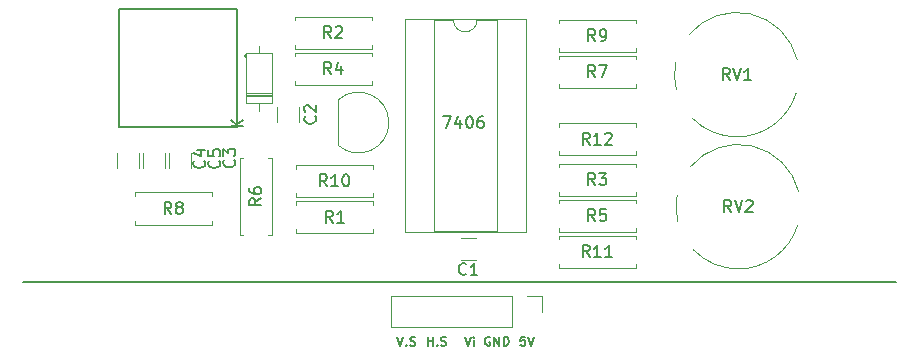
<source format=gbr>
%TF.GenerationSoftware,KiCad,Pcbnew,(6.0.10)*%
%TF.CreationDate,2023-02-28T00:06:53+13:00*%
%TF.ProjectId,video,76696465-6f2e-46b6-9963-61645f706362,rev?*%
%TF.SameCoordinates,Original*%
%TF.FileFunction,Legend,Top*%
%TF.FilePolarity,Positive*%
%FSLAX46Y46*%
G04 Gerber Fmt 4.6, Leading zero omitted, Abs format (unit mm)*
G04 Created by KiCad (PCBNEW (6.0.10)) date 2023-02-28 00:06:53*
%MOMM*%
%LPD*%
G01*
G04 APERTURE LIST*
%ADD10C,0.150000*%
%ADD11C,0.120000*%
%ADD12C,0.127000*%
%ADD13C,0.200000*%
G04 APERTURE END LIST*
D10*
X47498000Y-104140000D02*
X121412000Y-104140000D01*
X83074095Y-90130380D02*
X83740761Y-90130380D01*
X83312190Y-91130380D01*
X84550285Y-90463714D02*
X84550285Y-91130380D01*
X84312190Y-90082761D02*
X84074095Y-90797047D01*
X84693142Y-90797047D01*
X85264571Y-90130380D02*
X85359809Y-90130380D01*
X85455047Y-90178000D01*
X85502666Y-90225619D01*
X85550285Y-90320857D01*
X85597904Y-90511333D01*
X85597904Y-90749428D01*
X85550285Y-90939904D01*
X85502666Y-91035142D01*
X85455047Y-91082761D01*
X85359809Y-91130380D01*
X85264571Y-91130380D01*
X85169333Y-91082761D01*
X85121714Y-91035142D01*
X85074095Y-90939904D01*
X85026476Y-90749428D01*
X85026476Y-90511333D01*
X85074095Y-90320857D01*
X85121714Y-90225619D01*
X85169333Y-90178000D01*
X85264571Y-90130380D01*
X86455047Y-90130380D02*
X86264571Y-90130380D01*
X86169333Y-90178000D01*
X86121714Y-90225619D01*
X86026476Y-90368476D01*
X85978857Y-90558952D01*
X85978857Y-90939904D01*
X86026476Y-91035142D01*
X86074095Y-91082761D01*
X86169333Y-91130380D01*
X86359809Y-91130380D01*
X86455047Y-91082761D01*
X86502666Y-91035142D01*
X86550285Y-90939904D01*
X86550285Y-90701809D01*
X86502666Y-90606571D01*
X86455047Y-90558952D01*
X86359809Y-90511333D01*
X86169333Y-90511333D01*
X86074095Y-90558952D01*
X86026476Y-90606571D01*
X85978857Y-90701809D01*
X84915428Y-108809285D02*
X85165428Y-109559285D01*
X85415428Y-108809285D01*
X85665428Y-109559285D02*
X85665428Y-109059285D01*
X85665428Y-108809285D02*
X85629714Y-108845000D01*
X85665428Y-108880714D01*
X85701142Y-108845000D01*
X85665428Y-108809285D01*
X85665428Y-108880714D01*
X79224285Y-108809285D02*
X79474285Y-109559285D01*
X79724285Y-108809285D01*
X79974285Y-109487857D02*
X80010000Y-109523571D01*
X79974285Y-109559285D01*
X79938571Y-109523571D01*
X79974285Y-109487857D01*
X79974285Y-109559285D01*
X80295714Y-109523571D02*
X80402857Y-109559285D01*
X80581428Y-109559285D01*
X80652857Y-109523571D01*
X80688571Y-109487857D01*
X80724285Y-109416428D01*
X80724285Y-109345000D01*
X80688571Y-109273571D01*
X80652857Y-109237857D01*
X80581428Y-109202142D01*
X80438571Y-109166428D01*
X80367142Y-109130714D01*
X80331428Y-109095000D01*
X80295714Y-109023571D01*
X80295714Y-108952142D01*
X80331428Y-108880714D01*
X80367142Y-108845000D01*
X80438571Y-108809285D01*
X80617142Y-108809285D01*
X80724285Y-108845000D01*
X87058571Y-108845000D02*
X86987142Y-108809285D01*
X86880000Y-108809285D01*
X86772857Y-108845000D01*
X86701428Y-108916428D01*
X86665714Y-108987857D01*
X86630000Y-109130714D01*
X86630000Y-109237857D01*
X86665714Y-109380714D01*
X86701428Y-109452142D01*
X86772857Y-109523571D01*
X86880000Y-109559285D01*
X86951428Y-109559285D01*
X87058571Y-109523571D01*
X87094285Y-109487857D01*
X87094285Y-109237857D01*
X86951428Y-109237857D01*
X87415714Y-109559285D02*
X87415714Y-108809285D01*
X87844285Y-109559285D01*
X87844285Y-108809285D01*
X88201428Y-109559285D02*
X88201428Y-108809285D01*
X88380000Y-108809285D01*
X88487142Y-108845000D01*
X88558571Y-108916428D01*
X88594285Y-108987857D01*
X88630000Y-109130714D01*
X88630000Y-109237857D01*
X88594285Y-109380714D01*
X88558571Y-109452142D01*
X88487142Y-109523571D01*
X88380000Y-109559285D01*
X88201428Y-109559285D01*
X81800000Y-109559285D02*
X81800000Y-108809285D01*
X81800000Y-109166428D02*
X82228571Y-109166428D01*
X82228571Y-109559285D02*
X82228571Y-108809285D01*
X82585714Y-109487857D02*
X82621428Y-109523571D01*
X82585714Y-109559285D01*
X82550000Y-109523571D01*
X82585714Y-109487857D01*
X82585714Y-109559285D01*
X82907142Y-109523571D02*
X83014285Y-109559285D01*
X83192857Y-109559285D01*
X83264285Y-109523571D01*
X83300000Y-109487857D01*
X83335714Y-109416428D01*
X83335714Y-109345000D01*
X83300000Y-109273571D01*
X83264285Y-109237857D01*
X83192857Y-109202142D01*
X83050000Y-109166428D01*
X82978571Y-109130714D01*
X82942857Y-109095000D01*
X82907142Y-109023571D01*
X82907142Y-108952142D01*
X82942857Y-108880714D01*
X82978571Y-108845000D01*
X83050000Y-108809285D01*
X83228571Y-108809285D01*
X83335714Y-108845000D01*
X90027142Y-108809285D02*
X89670000Y-108809285D01*
X89634285Y-109166428D01*
X89670000Y-109130714D01*
X89741428Y-109095000D01*
X89920000Y-109095000D01*
X89991428Y-109130714D01*
X90027142Y-109166428D01*
X90062857Y-109237857D01*
X90062857Y-109416428D01*
X90027142Y-109487857D01*
X89991428Y-109523571D01*
X89920000Y-109559285D01*
X89741428Y-109559285D01*
X89670000Y-109523571D01*
X89634285Y-109487857D01*
X90277142Y-108809285D02*
X90527142Y-109559285D01*
X90777142Y-108809285D01*
%TO.C,C4*%
X62841142Y-93892666D02*
X62888761Y-93940285D01*
X62936380Y-94083142D01*
X62936380Y-94178380D01*
X62888761Y-94321238D01*
X62793523Y-94416476D01*
X62698285Y-94464095D01*
X62507809Y-94511714D01*
X62364952Y-94511714D01*
X62174476Y-94464095D01*
X62079238Y-94416476D01*
X61984000Y-94321238D01*
X61936380Y-94178380D01*
X61936380Y-94083142D01*
X61984000Y-93940285D01*
X62031619Y-93892666D01*
X62269714Y-93035523D02*
X62936380Y-93035523D01*
X61888761Y-93273619D02*
X62603047Y-93511714D01*
X62603047Y-92892666D01*
%TO.C,C5*%
X64111142Y-93892666D02*
X64158761Y-93940285D01*
X64206380Y-94083142D01*
X64206380Y-94178380D01*
X64158761Y-94321238D01*
X64063523Y-94416476D01*
X63968285Y-94464095D01*
X63777809Y-94511714D01*
X63634952Y-94511714D01*
X63444476Y-94464095D01*
X63349238Y-94416476D01*
X63254000Y-94321238D01*
X63206380Y-94178380D01*
X63206380Y-94083142D01*
X63254000Y-93940285D01*
X63301619Y-93892666D01*
X63206380Y-92987904D02*
X63206380Y-93464095D01*
X63682571Y-93511714D01*
X63634952Y-93464095D01*
X63587333Y-93368857D01*
X63587333Y-93130761D01*
X63634952Y-93035523D01*
X63682571Y-92987904D01*
X63777809Y-92940285D01*
X64015904Y-92940285D01*
X64111142Y-92987904D01*
X64158761Y-93035523D01*
X64206380Y-93130761D01*
X64206380Y-93368857D01*
X64158761Y-93464095D01*
X64111142Y-93511714D01*
%TO.C,R8*%
X60082133Y-98394780D02*
X59748800Y-97918590D01*
X59510704Y-98394780D02*
X59510704Y-97394780D01*
X59891657Y-97394780D01*
X59986895Y-97442400D01*
X60034514Y-97490019D01*
X60082133Y-97585257D01*
X60082133Y-97728114D01*
X60034514Y-97823352D01*
X59986895Y-97870971D01*
X59891657Y-97918590D01*
X59510704Y-97918590D01*
X60653561Y-97823352D02*
X60558323Y-97775733D01*
X60510704Y-97728114D01*
X60463085Y-97632876D01*
X60463085Y-97585257D01*
X60510704Y-97490019D01*
X60558323Y-97442400D01*
X60653561Y-97394780D01*
X60844038Y-97394780D01*
X60939276Y-97442400D01*
X60986895Y-97490019D01*
X61034514Y-97585257D01*
X61034514Y-97632876D01*
X60986895Y-97728114D01*
X60939276Y-97775733D01*
X60844038Y-97823352D01*
X60653561Y-97823352D01*
X60558323Y-97870971D01*
X60510704Y-97918590D01*
X60463085Y-98013828D01*
X60463085Y-98204304D01*
X60510704Y-98299542D01*
X60558323Y-98347161D01*
X60653561Y-98394780D01*
X60844038Y-98394780D01*
X60939276Y-98347161D01*
X60986895Y-98299542D01*
X61034514Y-98204304D01*
X61034514Y-98013828D01*
X60986895Y-97918590D01*
X60939276Y-97870971D01*
X60844038Y-97823352D01*
%TO.C,R12*%
X95486142Y-92532380D02*
X95152809Y-92056190D01*
X94914714Y-92532380D02*
X94914714Y-91532380D01*
X95295666Y-91532380D01*
X95390904Y-91580000D01*
X95438523Y-91627619D01*
X95486142Y-91722857D01*
X95486142Y-91865714D01*
X95438523Y-91960952D01*
X95390904Y-92008571D01*
X95295666Y-92056190D01*
X94914714Y-92056190D01*
X96438523Y-92532380D02*
X95867095Y-92532380D01*
X96152809Y-92532380D02*
X96152809Y-91532380D01*
X96057571Y-91675238D01*
X95962333Y-91770476D01*
X95867095Y-91818095D01*
X96819476Y-91627619D02*
X96867095Y-91580000D01*
X96962333Y-91532380D01*
X97200428Y-91532380D01*
X97295666Y-91580000D01*
X97343285Y-91627619D01*
X97390904Y-91722857D01*
X97390904Y-91818095D01*
X97343285Y-91960952D01*
X96771857Y-92532380D01*
X97390904Y-92532380D01*
%TO.C,R9*%
X95962333Y-83769380D02*
X95629000Y-83293190D01*
X95390904Y-83769380D02*
X95390904Y-82769380D01*
X95771857Y-82769380D01*
X95867095Y-82817000D01*
X95914714Y-82864619D01*
X95962333Y-82959857D01*
X95962333Y-83102714D01*
X95914714Y-83197952D01*
X95867095Y-83245571D01*
X95771857Y-83293190D01*
X95390904Y-83293190D01*
X96438523Y-83769380D02*
X96629000Y-83769380D01*
X96724238Y-83721761D01*
X96771857Y-83674142D01*
X96867095Y-83531285D01*
X96914714Y-83340809D01*
X96914714Y-82959857D01*
X96867095Y-82864619D01*
X96819476Y-82817000D01*
X96724238Y-82769380D01*
X96533761Y-82769380D01*
X96438523Y-82817000D01*
X96390904Y-82864619D01*
X96343285Y-82959857D01*
X96343285Y-83197952D01*
X96390904Y-83293190D01*
X96438523Y-83340809D01*
X96533761Y-83388428D01*
X96724238Y-83388428D01*
X96819476Y-83340809D01*
X96867095Y-83293190D01*
X96914714Y-83197952D01*
%TO.C,R7*%
X95962333Y-86817380D02*
X95629000Y-86341190D01*
X95390904Y-86817380D02*
X95390904Y-85817380D01*
X95771857Y-85817380D01*
X95867095Y-85865000D01*
X95914714Y-85912619D01*
X95962333Y-86007857D01*
X95962333Y-86150714D01*
X95914714Y-86245952D01*
X95867095Y-86293571D01*
X95771857Y-86341190D01*
X95390904Y-86341190D01*
X96295666Y-85817380D02*
X96962333Y-85817380D01*
X96533761Y-86817380D01*
%TO.C,C2*%
X72239142Y-90138466D02*
X72286761Y-90186085D01*
X72334380Y-90328942D01*
X72334380Y-90424180D01*
X72286761Y-90567038D01*
X72191523Y-90662276D01*
X72096285Y-90709895D01*
X71905809Y-90757514D01*
X71762952Y-90757514D01*
X71572476Y-90709895D01*
X71477238Y-90662276D01*
X71382000Y-90567038D01*
X71334380Y-90424180D01*
X71334380Y-90328942D01*
X71382000Y-90186085D01*
X71429619Y-90138466D01*
X71429619Y-89757514D02*
X71382000Y-89709895D01*
X71334380Y-89614657D01*
X71334380Y-89376561D01*
X71382000Y-89281323D01*
X71429619Y-89233704D01*
X71524857Y-89186085D01*
X71620095Y-89186085D01*
X71762952Y-89233704D01*
X72334380Y-89805133D01*
X72334380Y-89186085D01*
%TO.C,D1*%
X66130180Y-90995704D02*
X65130180Y-90995704D01*
X66130180Y-90424276D02*
X65558752Y-90852847D01*
X65130180Y-90424276D02*
X65701609Y-90995704D01*
%TO.C,R4*%
X73610333Y-86563380D02*
X73277000Y-86087190D01*
X73038904Y-86563380D02*
X73038904Y-85563380D01*
X73419857Y-85563380D01*
X73515095Y-85611000D01*
X73562714Y-85658619D01*
X73610333Y-85753857D01*
X73610333Y-85896714D01*
X73562714Y-85991952D01*
X73515095Y-86039571D01*
X73419857Y-86087190D01*
X73038904Y-86087190D01*
X74467476Y-85896714D02*
X74467476Y-86563380D01*
X74229380Y-85515761D02*
X73991285Y-86230047D01*
X74610333Y-86230047D01*
%TO.C,R3*%
X95962333Y-95961380D02*
X95629000Y-95485190D01*
X95390904Y-95961380D02*
X95390904Y-94961380D01*
X95771857Y-94961380D01*
X95867095Y-95009000D01*
X95914714Y-95056619D01*
X95962333Y-95151857D01*
X95962333Y-95294714D01*
X95914714Y-95389952D01*
X95867095Y-95437571D01*
X95771857Y-95485190D01*
X95390904Y-95485190D01*
X96295666Y-94961380D02*
X96914714Y-94961380D01*
X96581380Y-95342333D01*
X96724238Y-95342333D01*
X96819476Y-95389952D01*
X96867095Y-95437571D01*
X96914714Y-95532809D01*
X96914714Y-95770904D01*
X96867095Y-95866142D01*
X96819476Y-95913761D01*
X96724238Y-95961380D01*
X96438523Y-95961380D01*
X96343285Y-95913761D01*
X96295666Y-95866142D01*
%TO.C,R1*%
X73737333Y-99136380D02*
X73404000Y-98660190D01*
X73165904Y-99136380D02*
X73165904Y-98136380D01*
X73546857Y-98136380D01*
X73642095Y-98184000D01*
X73689714Y-98231619D01*
X73737333Y-98326857D01*
X73737333Y-98469714D01*
X73689714Y-98564952D01*
X73642095Y-98612571D01*
X73546857Y-98660190D01*
X73165904Y-98660190D01*
X74689714Y-99136380D02*
X74118285Y-99136380D01*
X74404000Y-99136380D02*
X74404000Y-98136380D01*
X74308761Y-98279238D01*
X74213523Y-98374476D01*
X74118285Y-98422095D01*
%TO.C,R5*%
X95962333Y-99009380D02*
X95629000Y-98533190D01*
X95390904Y-99009380D02*
X95390904Y-98009380D01*
X95771857Y-98009380D01*
X95867095Y-98057000D01*
X95914714Y-98104619D01*
X95962333Y-98199857D01*
X95962333Y-98342714D01*
X95914714Y-98437952D01*
X95867095Y-98485571D01*
X95771857Y-98533190D01*
X95390904Y-98533190D01*
X96867095Y-98009380D02*
X96390904Y-98009380D01*
X96343285Y-98485571D01*
X96390904Y-98437952D01*
X96486142Y-98390333D01*
X96724238Y-98390333D01*
X96819476Y-98437952D01*
X96867095Y-98485571D01*
X96914714Y-98580809D01*
X96914714Y-98818904D01*
X96867095Y-98914142D01*
X96819476Y-98961761D01*
X96724238Y-99009380D01*
X96486142Y-99009380D01*
X96390904Y-98961761D01*
X96343285Y-98914142D01*
%TO.C,RV2*%
X107481761Y-98242380D02*
X107148428Y-97766190D01*
X106910333Y-98242380D02*
X106910333Y-97242380D01*
X107291285Y-97242380D01*
X107386523Y-97290000D01*
X107434142Y-97337619D01*
X107481761Y-97432857D01*
X107481761Y-97575714D01*
X107434142Y-97670952D01*
X107386523Y-97718571D01*
X107291285Y-97766190D01*
X106910333Y-97766190D01*
X107767476Y-97242380D02*
X108100809Y-98242380D01*
X108434142Y-97242380D01*
X108719857Y-97337619D02*
X108767476Y-97290000D01*
X108862714Y-97242380D01*
X109100809Y-97242380D01*
X109196047Y-97290000D01*
X109243666Y-97337619D01*
X109291285Y-97432857D01*
X109291285Y-97528095D01*
X109243666Y-97670952D01*
X108672238Y-98242380D01*
X109291285Y-98242380D01*
%TO.C,R6*%
X67676180Y-97098066D02*
X67199990Y-97431400D01*
X67676180Y-97669495D02*
X66676180Y-97669495D01*
X66676180Y-97288542D01*
X66723800Y-97193304D01*
X66771419Y-97145685D01*
X66866657Y-97098066D01*
X67009514Y-97098066D01*
X67104752Y-97145685D01*
X67152371Y-97193304D01*
X67199990Y-97288542D01*
X67199990Y-97669495D01*
X66676180Y-96240923D02*
X66676180Y-96431400D01*
X66723800Y-96526638D01*
X66771419Y-96574257D01*
X66914276Y-96669495D01*
X67104752Y-96717114D01*
X67485704Y-96717114D01*
X67580942Y-96669495D01*
X67628561Y-96621876D01*
X67676180Y-96526638D01*
X67676180Y-96336161D01*
X67628561Y-96240923D01*
X67580942Y-96193304D01*
X67485704Y-96145685D01*
X67247609Y-96145685D01*
X67152371Y-96193304D01*
X67104752Y-96240923D01*
X67057133Y-96336161D01*
X67057133Y-96526638D01*
X67104752Y-96621876D01*
X67152371Y-96669495D01*
X67247609Y-96717114D01*
%TO.C,C3*%
X65381142Y-93828066D02*
X65428761Y-93875685D01*
X65476380Y-94018542D01*
X65476380Y-94113780D01*
X65428761Y-94256638D01*
X65333523Y-94351876D01*
X65238285Y-94399495D01*
X65047809Y-94447114D01*
X64904952Y-94447114D01*
X64714476Y-94399495D01*
X64619238Y-94351876D01*
X64524000Y-94256638D01*
X64476380Y-94113780D01*
X64476380Y-94018542D01*
X64524000Y-93875685D01*
X64571619Y-93828066D01*
X64476380Y-93494733D02*
X64476380Y-92875685D01*
X64857333Y-93209019D01*
X64857333Y-93066161D01*
X64904952Y-92970923D01*
X64952571Y-92923304D01*
X65047809Y-92875685D01*
X65285904Y-92875685D01*
X65381142Y-92923304D01*
X65428761Y-92970923D01*
X65476380Y-93066161D01*
X65476380Y-93351876D01*
X65428761Y-93447114D01*
X65381142Y-93494733D01*
%TO.C,R11*%
X95486142Y-102057380D02*
X95152809Y-101581190D01*
X94914714Y-102057380D02*
X94914714Y-101057380D01*
X95295666Y-101057380D01*
X95390904Y-101105000D01*
X95438523Y-101152619D01*
X95486142Y-101247857D01*
X95486142Y-101390714D01*
X95438523Y-101485952D01*
X95390904Y-101533571D01*
X95295666Y-101581190D01*
X94914714Y-101581190D01*
X96438523Y-102057380D02*
X95867095Y-102057380D01*
X96152809Y-102057380D02*
X96152809Y-101057380D01*
X96057571Y-101200238D01*
X95962333Y-101295476D01*
X95867095Y-101343095D01*
X97390904Y-102057380D02*
X96819476Y-102057380D01*
X97105190Y-102057380D02*
X97105190Y-101057380D01*
X97009952Y-101200238D01*
X96914714Y-101295476D01*
X96819476Y-101343095D01*
%TO.C,R10*%
X73235742Y-96062980D02*
X72902409Y-95586790D01*
X72664314Y-96062980D02*
X72664314Y-95062980D01*
X73045266Y-95062980D01*
X73140504Y-95110600D01*
X73188123Y-95158219D01*
X73235742Y-95253457D01*
X73235742Y-95396314D01*
X73188123Y-95491552D01*
X73140504Y-95539171D01*
X73045266Y-95586790D01*
X72664314Y-95586790D01*
X74188123Y-96062980D02*
X73616695Y-96062980D01*
X73902409Y-96062980D02*
X73902409Y-95062980D01*
X73807171Y-95205838D01*
X73711933Y-95301076D01*
X73616695Y-95348695D01*
X74807171Y-95062980D02*
X74902409Y-95062980D01*
X74997647Y-95110600D01*
X75045266Y-95158219D01*
X75092885Y-95253457D01*
X75140504Y-95443933D01*
X75140504Y-95682028D01*
X75092885Y-95872504D01*
X75045266Y-95967742D01*
X74997647Y-96015361D01*
X74902409Y-96062980D01*
X74807171Y-96062980D01*
X74711933Y-96015361D01*
X74664314Y-95967742D01*
X74616695Y-95872504D01*
X74569076Y-95682028D01*
X74569076Y-95443933D01*
X74616695Y-95253457D01*
X74664314Y-95158219D01*
X74711933Y-95110600D01*
X74807171Y-95062980D01*
%TO.C,R2*%
X73610333Y-83515380D02*
X73277000Y-83039190D01*
X73038904Y-83515380D02*
X73038904Y-82515380D01*
X73419857Y-82515380D01*
X73515095Y-82563000D01*
X73562714Y-82610619D01*
X73610333Y-82705857D01*
X73610333Y-82848714D01*
X73562714Y-82943952D01*
X73515095Y-82991571D01*
X73419857Y-83039190D01*
X73038904Y-83039190D01*
X73991285Y-82610619D02*
X74038904Y-82563000D01*
X74134142Y-82515380D01*
X74372238Y-82515380D01*
X74467476Y-82563000D01*
X74515095Y-82610619D01*
X74562714Y-82705857D01*
X74562714Y-82801095D01*
X74515095Y-82943952D01*
X73943666Y-83515380D01*
X74562714Y-83515380D01*
%TO.C,C1*%
X85040333Y-103481142D02*
X84992714Y-103528761D01*
X84849857Y-103576380D01*
X84754619Y-103576380D01*
X84611761Y-103528761D01*
X84516523Y-103433523D01*
X84468904Y-103338285D01*
X84421285Y-103147809D01*
X84421285Y-103004952D01*
X84468904Y-102814476D01*
X84516523Y-102719238D01*
X84611761Y-102624000D01*
X84754619Y-102576380D01*
X84849857Y-102576380D01*
X84992714Y-102624000D01*
X85040333Y-102671619D01*
X85992714Y-103576380D02*
X85421285Y-103576380D01*
X85707000Y-103576380D02*
X85707000Y-102576380D01*
X85611761Y-102719238D01*
X85516523Y-102814476D01*
X85421285Y-102862095D01*
%TO.C,RV1*%
X107354761Y-87066380D02*
X107021428Y-86590190D01*
X106783333Y-87066380D02*
X106783333Y-86066380D01*
X107164285Y-86066380D01*
X107259523Y-86114000D01*
X107307142Y-86161619D01*
X107354761Y-86256857D01*
X107354761Y-86399714D01*
X107307142Y-86494952D01*
X107259523Y-86542571D01*
X107164285Y-86590190D01*
X106783333Y-86590190D01*
X107640476Y-86066380D02*
X107973809Y-87066380D01*
X108307142Y-86066380D01*
X109164285Y-87066380D02*
X108592857Y-87066380D01*
X108878571Y-87066380D02*
X108878571Y-86066380D01*
X108783333Y-86209238D01*
X108688095Y-86304476D01*
X108592857Y-86352095D01*
D11*
%TO.C,C4*%
X55518800Y-93229400D02*
X55518800Y-94487400D01*
X57358800Y-93229400D02*
X57358800Y-94487400D01*
%TO.C,J2*%
X88900000Y-108010000D02*
X78680000Y-108010000D01*
X88900000Y-105350000D02*
X88900000Y-108010000D01*
X78680000Y-105350000D02*
X78680000Y-108010000D01*
X88900000Y-105350000D02*
X78680000Y-105350000D01*
X91500000Y-105350000D02*
X91500000Y-106680000D01*
X90170000Y-105350000D02*
X91500000Y-105350000D01*
%TO.C,C5*%
X59556800Y-93222400D02*
X59556800Y-94480400D01*
X57716800Y-93222400D02*
X57716800Y-94480400D01*
%TO.C,R8*%
X63518800Y-98982400D02*
X63518800Y-99312400D01*
X56978800Y-96572400D02*
X56978800Y-96902400D01*
X56978800Y-99312400D02*
X56978800Y-98982400D01*
X63518800Y-99312400D02*
X56978800Y-99312400D01*
X63518800Y-96572400D02*
X56978800Y-96572400D01*
X63518800Y-96902400D02*
X63518800Y-96572400D01*
%TO.C,R12*%
X99399000Y-90710000D02*
X99399000Y-91040000D01*
X92859000Y-90710000D02*
X99399000Y-90710000D01*
X92859000Y-93450000D02*
X99399000Y-93450000D01*
X92859000Y-91040000D02*
X92859000Y-90710000D01*
X92859000Y-93120000D02*
X92859000Y-93450000D01*
X99399000Y-93450000D02*
X99399000Y-93120000D01*
%TO.C,U1*%
X90103000Y-99942000D02*
X90103000Y-81922000D01*
X79823000Y-99942000D02*
X90103000Y-99942000D01*
X79823000Y-81922000D02*
X79823000Y-99942000D01*
X82313000Y-99882000D02*
X87613000Y-99882000D01*
X87613000Y-81982000D02*
X85963000Y-81982000D01*
X82313000Y-81982000D02*
X82313000Y-99882000D01*
X83963000Y-81982000D02*
X82313000Y-81982000D01*
X87613000Y-99882000D02*
X87613000Y-81982000D01*
X90103000Y-81922000D02*
X79823000Y-81922000D01*
X83963000Y-81982000D02*
G75*
G03*
X85963000Y-81982000I1000000J0D01*
G01*
%TO.C,R9*%
X92859000Y-82277000D02*
X92859000Y-81947000D01*
X92859000Y-84357000D02*
X92859000Y-84687000D01*
X99399000Y-81947000D02*
X99399000Y-82277000D01*
X99399000Y-84687000D02*
X99399000Y-84357000D01*
X92859000Y-81947000D02*
X99399000Y-81947000D01*
X92859000Y-84687000D02*
X99399000Y-84687000D01*
%TO.C,R7*%
X92859000Y-85325000D02*
X92859000Y-84995000D01*
X92859000Y-84995000D02*
X99399000Y-84995000D01*
X92859000Y-87405000D02*
X92859000Y-87735000D01*
X99399000Y-87735000D02*
X99399000Y-87405000D01*
X92859000Y-87735000D02*
X99399000Y-87735000D01*
X99399000Y-84995000D02*
X99399000Y-85325000D01*
%TO.C,Q1*%
X74217800Y-88733000D02*
X74217800Y-92583000D01*
X74227678Y-92621611D02*
G75*
G03*
X74217800Y-88733000I1690122J1948611D01*
G01*
%TO.C,C2*%
X69047000Y-89342800D02*
X69047000Y-90600800D01*
X70887000Y-89342800D02*
X70887000Y-90600800D01*
%TO.C,D1*%
X66357800Y-88443800D02*
X68597800Y-88443800D01*
X67477800Y-84153800D02*
X67477800Y-84803800D01*
X66357800Y-89043800D02*
X68597800Y-89043800D01*
X68597800Y-84803800D02*
X66357800Y-84803800D01*
X67477800Y-89693800D02*
X67477800Y-89043800D01*
X66357800Y-88203800D02*
X68597800Y-88203800D01*
X68597800Y-89043800D02*
X68597800Y-84803800D01*
X66357800Y-88323800D02*
X68597800Y-88323800D01*
X66357800Y-84803800D02*
X66357800Y-89043800D01*
%TO.C,R4*%
X77047000Y-84741000D02*
X70507000Y-84741000D01*
X77047000Y-87151000D02*
X77047000Y-87481000D01*
X70507000Y-84741000D02*
X70507000Y-85071000D01*
X77047000Y-87481000D02*
X70507000Y-87481000D01*
X77047000Y-85071000D02*
X77047000Y-84741000D01*
X70507000Y-87481000D02*
X70507000Y-87151000D01*
%TO.C,R3*%
X92859000Y-94139000D02*
X99399000Y-94139000D01*
X99399000Y-96879000D02*
X99399000Y-96549000D01*
X99399000Y-94139000D02*
X99399000Y-94469000D01*
X92859000Y-96879000D02*
X99399000Y-96879000D01*
X92859000Y-94469000D02*
X92859000Y-94139000D01*
X92859000Y-96549000D02*
X92859000Y-96879000D01*
%TO.C,R1*%
X77174000Y-100054000D02*
X77174000Y-99724000D01*
X77174000Y-97314000D02*
X77174000Y-97644000D01*
X70634000Y-100054000D02*
X77174000Y-100054000D01*
X70634000Y-97314000D02*
X77174000Y-97314000D01*
X70634000Y-97644000D02*
X70634000Y-97314000D01*
X70634000Y-99724000D02*
X70634000Y-100054000D01*
%TO.C,R5*%
X92859000Y-99927000D02*
X99399000Y-99927000D01*
X92859000Y-99597000D02*
X92859000Y-99927000D01*
X92859000Y-97517000D02*
X92859000Y-97187000D01*
X99399000Y-99927000D02*
X99399000Y-99597000D01*
X92859000Y-97187000D02*
X99399000Y-97187000D01*
X99399000Y-97187000D02*
X99399000Y-97517000D01*
%TO.C,RV2*%
X108077000Y-103060000D02*
G75*
G03*
X113116726Y-99330799I0J5270000D01*
G01*
X104286000Y-101451000D02*
G75*
G03*
X108169030Y-103059358I3791000J3661000D01*
G01*
X113190999Y-96516000D02*
G75*
G03*
X104040379Y-94401526I-5113999J-1274000D01*
G01*
X102903001Y-96784000D02*
G75*
G03*
X102962610Y-99064881I5173999J-1006000D01*
G01*
%TO.C,R6*%
X68593800Y-100201400D02*
X68593800Y-93661400D01*
X68263800Y-100201400D02*
X68593800Y-100201400D01*
X65853800Y-93661400D02*
X66183800Y-93661400D01*
X65853800Y-100201400D02*
X65853800Y-93661400D01*
X68593800Y-93661400D02*
X68263800Y-93661400D01*
X66183800Y-100201400D02*
X65853800Y-100201400D01*
D12*
%TO.C,J1*%
X65622500Y-91030000D02*
X65622500Y-81030000D01*
X55622500Y-91030000D02*
X65622500Y-91030000D01*
X55622500Y-81030000D02*
X55622500Y-91030000D01*
X65622500Y-81030000D02*
X55622500Y-81030000D01*
D13*
X66472500Y-85030000D02*
G75*
G03*
X66472500Y-85030000I-100000J0D01*
G01*
D11*
%TO.C,C3*%
X59875800Y-94480400D02*
X59875800Y-93222400D01*
X61715800Y-94480400D02*
X61715800Y-93222400D01*
%TO.C,R11*%
X92859000Y-102975000D02*
X92859000Y-102645000D01*
X99399000Y-102645000D02*
X99399000Y-102975000D01*
X99399000Y-102975000D02*
X92859000Y-102975000D01*
X99399000Y-100235000D02*
X92859000Y-100235000D01*
X92859000Y-100235000D02*
X92859000Y-100565000D01*
X99399000Y-100565000D02*
X99399000Y-100235000D01*
%TO.C,R10*%
X70608600Y-96650600D02*
X70608600Y-96980600D01*
X70608600Y-94240600D02*
X77148600Y-94240600D01*
X77148600Y-94240600D02*
X77148600Y-94570600D01*
X70608600Y-96980600D02*
X77148600Y-96980600D01*
X70608600Y-94570600D02*
X70608600Y-94240600D01*
X77148600Y-96980600D02*
X77148600Y-96650600D01*
%TO.C,R2*%
X70507000Y-81693000D02*
X70507000Y-82023000D01*
X77047000Y-84433000D02*
X70507000Y-84433000D01*
X77047000Y-84103000D02*
X77047000Y-84433000D01*
X77047000Y-81693000D02*
X70507000Y-81693000D01*
X77047000Y-82023000D02*
X77047000Y-81693000D01*
X70507000Y-84433000D02*
X70507000Y-84103000D01*
%TO.C,C1*%
X84578000Y-100431000D02*
X85836000Y-100431000D01*
X84578000Y-102271000D02*
X85836000Y-102271000D01*
%TO.C,RV1*%
X107950000Y-91884000D02*
G75*
G03*
X112989726Y-88154799I0J5270000D01*
G01*
X113063999Y-85340000D02*
G75*
G03*
X103913379Y-83225526I-5113999J-1274000D01*
G01*
X102776001Y-85608000D02*
G75*
G03*
X102835610Y-87888881I5173999J-1006000D01*
G01*
X104159000Y-90275000D02*
G75*
G03*
X108042030Y-91883358I3791000J3661000D01*
G01*
%TD*%
M02*

</source>
